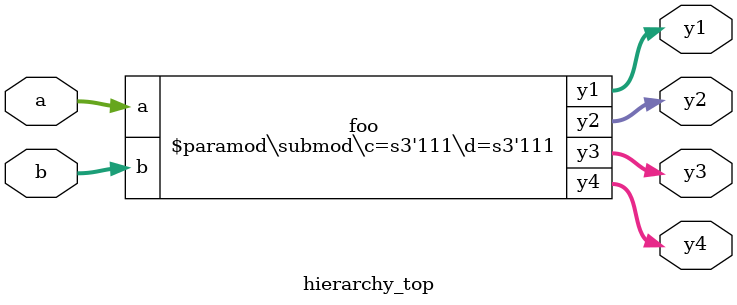
<source format=v>

(* top *)
module hierarchy_top(a, b, y1, y2, y3, y4);
input [3:0] a;
input signed [3:0] b;
output [7:0] y1, y2, y3, y4;

// this version triggers a bug in Icarus Verilog
// submod #(-3'sd1, 3'b111 + 3'b001) foo (a, b, y1, y2, y3, y4);

// this version is handled correctly by Icarus Verilog
submod #(-3'sd1, -3'sd1) foo (a, b, y1, y2, y3, y4);

endmodule

(* gentb_skip *)
module submod(a, b, y1, y2, y3, y4);
parameter c = 0;
parameter [7:0] d = 0;
input [3:0] a, b;
output [7:0] y1, y2, y3, y4;
assign y1 = a;
assign y2 = b;
assign y3 = c;
assign y4 = d;
endmodule


</source>
